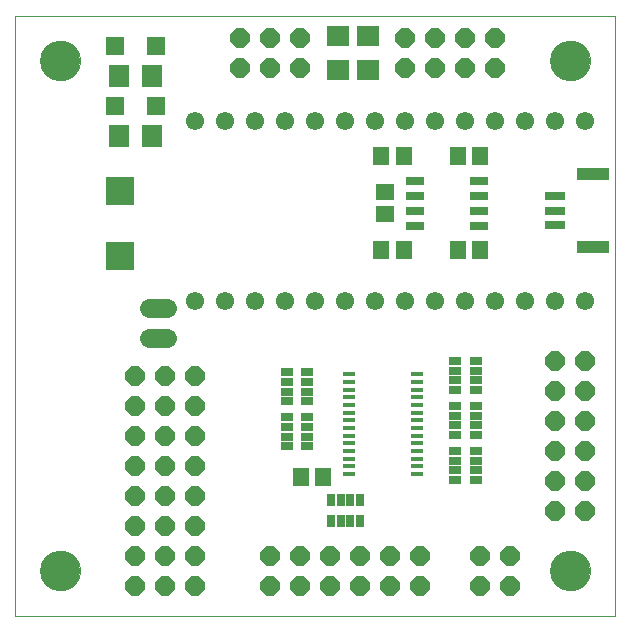
<source format=gts>
G75*
%MOIN*%
%OFA0B0*%
%FSLAX25Y25*%
%IPPOS*%
%LPD*%
%AMOC8*
5,1,8,0,0,1.08239X$1,22.5*
%
%ADD10C,0.00300*%
%ADD11R,0.04300X0.01600*%
%ADD12R,0.05518X0.06306*%
%ADD13R,0.04400X0.02800*%
%ADD14R,0.02800X0.04400*%
%ADD15OC8,0.06400*%
%ADD16R,0.06699X0.07498*%
%ADD17R,0.06306X0.06306*%
%ADD18C,0.00000*%
%ADD19C,0.13400*%
%ADD20R,0.09400X0.09400*%
%ADD21C,0.06400*%
%ADD22R,0.07498X0.06699*%
%ADD23C,0.06100*%
%ADD24R,0.06400X0.02800*%
%ADD25R,0.06306X0.05518*%
%ADD26R,0.07093X0.02762*%
%ADD27R,0.11030X0.04337*%
D10*
X0430000Y0315000D02*
X0430000Y0515000D01*
X0630000Y0515000D01*
X0630000Y0315000D01*
X0430000Y0315000D01*
D11*
X0541013Y0362116D03*
X0541013Y0364675D03*
X0541013Y0367234D03*
X0541013Y0369793D03*
X0541013Y0372352D03*
X0541013Y0374911D03*
X0541013Y0377470D03*
X0541013Y0380030D03*
X0541013Y0382589D03*
X0541013Y0385148D03*
X0541013Y0387707D03*
X0541013Y0390266D03*
X0541013Y0392825D03*
X0541013Y0395384D03*
X0563987Y0395384D03*
X0563987Y0392825D03*
X0563987Y0390266D03*
X0563987Y0387707D03*
X0563987Y0385148D03*
X0563987Y0382589D03*
X0563987Y0380030D03*
X0563987Y0377470D03*
X0563987Y0374911D03*
X0563987Y0372352D03*
X0563987Y0369793D03*
X0563987Y0367234D03*
X0563987Y0364675D03*
X0563987Y0362116D03*
D12*
X0532490Y0361250D03*
X0525010Y0361250D03*
X0551885Y0436875D03*
X0559365Y0436875D03*
X0577510Y0436875D03*
X0584990Y0436875D03*
X0584990Y0468125D03*
X0577510Y0468125D03*
X0559365Y0468125D03*
X0551885Y0468125D03*
D13*
X0576650Y0399800D03*
X0576650Y0396600D03*
X0576650Y0393400D03*
X0576650Y0390200D03*
X0576650Y0384800D03*
X0576650Y0381600D03*
X0576650Y0378400D03*
X0576650Y0375200D03*
X0576650Y0369800D03*
X0576650Y0366600D03*
X0576650Y0363400D03*
X0576650Y0360200D03*
X0583350Y0360200D03*
X0583350Y0363400D03*
X0583350Y0366600D03*
X0583350Y0369800D03*
X0583350Y0375200D03*
X0583350Y0378400D03*
X0583350Y0381600D03*
X0583350Y0384800D03*
X0583350Y0390200D03*
X0583350Y0393400D03*
X0583350Y0396600D03*
X0583350Y0399800D03*
X0527100Y0396050D03*
X0527100Y0392850D03*
X0527100Y0389650D03*
X0527100Y0386450D03*
X0527100Y0381050D03*
X0527100Y0377850D03*
X0527100Y0374650D03*
X0527100Y0371450D03*
X0520400Y0371450D03*
X0520400Y0374650D03*
X0520400Y0377850D03*
X0520400Y0381050D03*
X0520400Y0386450D03*
X0520400Y0389650D03*
X0520400Y0392850D03*
X0520400Y0396050D03*
D14*
X0535200Y0353350D03*
X0538400Y0353350D03*
X0541600Y0353350D03*
X0544800Y0353350D03*
X0544800Y0346650D03*
X0541600Y0346650D03*
X0538400Y0346650D03*
X0535200Y0346650D03*
D15*
X0535000Y0335000D03*
X0535000Y0325000D03*
X0525000Y0325000D03*
X0525000Y0335000D03*
X0515000Y0335000D03*
X0515000Y0325000D03*
X0490000Y0325000D03*
X0490000Y0335000D03*
X0490000Y0345000D03*
X0480000Y0345000D03*
X0480000Y0335000D03*
X0480000Y0325000D03*
X0470000Y0325000D03*
X0470000Y0335000D03*
X0470000Y0345000D03*
X0470000Y0355000D03*
X0470000Y0365000D03*
X0470000Y0375000D03*
X0480000Y0375000D03*
X0480000Y0365000D03*
X0480000Y0355000D03*
X0490000Y0355000D03*
X0490000Y0365000D03*
X0490000Y0375000D03*
X0490000Y0385000D03*
X0490000Y0395000D03*
X0480000Y0395000D03*
X0480000Y0385000D03*
X0470000Y0385000D03*
X0470000Y0395000D03*
X0545000Y0335000D03*
X0545000Y0325000D03*
X0555000Y0325000D03*
X0555000Y0335000D03*
X0565000Y0335000D03*
X0565000Y0325000D03*
X0585000Y0325000D03*
X0585000Y0335000D03*
X0595000Y0335000D03*
X0595000Y0325000D03*
X0610000Y0350000D03*
X0610000Y0360000D03*
X0620000Y0360000D03*
X0620000Y0350000D03*
X0620000Y0370000D03*
X0620000Y0380000D03*
X0620000Y0390000D03*
X0610000Y0390000D03*
X0610000Y0380000D03*
X0610000Y0370000D03*
X0610000Y0400000D03*
X0620000Y0400000D03*
X0590000Y0497500D03*
X0590000Y0507500D03*
X0580000Y0507500D03*
X0580000Y0497500D03*
X0570000Y0497500D03*
X0570000Y0507500D03*
X0560000Y0507500D03*
X0560000Y0497500D03*
X0525000Y0497500D03*
X0525000Y0507500D03*
X0515000Y0507500D03*
X0515000Y0497500D03*
X0505000Y0497500D03*
X0505000Y0507500D03*
D16*
X0475598Y0495000D03*
X0464402Y0495000D03*
X0464402Y0475000D03*
X0475598Y0475000D03*
D17*
X0476890Y0485000D03*
X0463110Y0485000D03*
X0463110Y0505000D03*
X0476890Y0505000D03*
D18*
X0438500Y0500000D02*
X0438502Y0500161D01*
X0438508Y0500321D01*
X0438518Y0500482D01*
X0438532Y0500642D01*
X0438550Y0500802D01*
X0438571Y0500961D01*
X0438597Y0501120D01*
X0438627Y0501278D01*
X0438660Y0501435D01*
X0438698Y0501592D01*
X0438739Y0501747D01*
X0438784Y0501901D01*
X0438833Y0502054D01*
X0438886Y0502206D01*
X0438942Y0502357D01*
X0439003Y0502506D01*
X0439066Y0502654D01*
X0439134Y0502800D01*
X0439205Y0502944D01*
X0439279Y0503086D01*
X0439357Y0503227D01*
X0439439Y0503365D01*
X0439524Y0503502D01*
X0439612Y0503636D01*
X0439704Y0503768D01*
X0439799Y0503898D01*
X0439897Y0504026D01*
X0439998Y0504151D01*
X0440102Y0504273D01*
X0440209Y0504393D01*
X0440319Y0504510D01*
X0440432Y0504625D01*
X0440548Y0504736D01*
X0440667Y0504845D01*
X0440788Y0504950D01*
X0440912Y0505053D01*
X0441038Y0505153D01*
X0441166Y0505249D01*
X0441297Y0505342D01*
X0441431Y0505432D01*
X0441566Y0505519D01*
X0441704Y0505602D01*
X0441843Y0505682D01*
X0441985Y0505758D01*
X0442128Y0505831D01*
X0442273Y0505900D01*
X0442420Y0505966D01*
X0442568Y0506028D01*
X0442718Y0506086D01*
X0442869Y0506141D01*
X0443022Y0506192D01*
X0443176Y0506239D01*
X0443331Y0506282D01*
X0443487Y0506321D01*
X0443643Y0506357D01*
X0443801Y0506388D01*
X0443959Y0506416D01*
X0444118Y0506440D01*
X0444278Y0506460D01*
X0444438Y0506476D01*
X0444598Y0506488D01*
X0444759Y0506496D01*
X0444920Y0506500D01*
X0445080Y0506500D01*
X0445241Y0506496D01*
X0445402Y0506488D01*
X0445562Y0506476D01*
X0445722Y0506460D01*
X0445882Y0506440D01*
X0446041Y0506416D01*
X0446199Y0506388D01*
X0446357Y0506357D01*
X0446513Y0506321D01*
X0446669Y0506282D01*
X0446824Y0506239D01*
X0446978Y0506192D01*
X0447131Y0506141D01*
X0447282Y0506086D01*
X0447432Y0506028D01*
X0447580Y0505966D01*
X0447727Y0505900D01*
X0447872Y0505831D01*
X0448015Y0505758D01*
X0448157Y0505682D01*
X0448296Y0505602D01*
X0448434Y0505519D01*
X0448569Y0505432D01*
X0448703Y0505342D01*
X0448834Y0505249D01*
X0448962Y0505153D01*
X0449088Y0505053D01*
X0449212Y0504950D01*
X0449333Y0504845D01*
X0449452Y0504736D01*
X0449568Y0504625D01*
X0449681Y0504510D01*
X0449791Y0504393D01*
X0449898Y0504273D01*
X0450002Y0504151D01*
X0450103Y0504026D01*
X0450201Y0503898D01*
X0450296Y0503768D01*
X0450388Y0503636D01*
X0450476Y0503502D01*
X0450561Y0503365D01*
X0450643Y0503227D01*
X0450721Y0503086D01*
X0450795Y0502944D01*
X0450866Y0502800D01*
X0450934Y0502654D01*
X0450997Y0502506D01*
X0451058Y0502357D01*
X0451114Y0502206D01*
X0451167Y0502054D01*
X0451216Y0501901D01*
X0451261Y0501747D01*
X0451302Y0501592D01*
X0451340Y0501435D01*
X0451373Y0501278D01*
X0451403Y0501120D01*
X0451429Y0500961D01*
X0451450Y0500802D01*
X0451468Y0500642D01*
X0451482Y0500482D01*
X0451492Y0500321D01*
X0451498Y0500161D01*
X0451500Y0500000D01*
X0451498Y0499839D01*
X0451492Y0499679D01*
X0451482Y0499518D01*
X0451468Y0499358D01*
X0451450Y0499198D01*
X0451429Y0499039D01*
X0451403Y0498880D01*
X0451373Y0498722D01*
X0451340Y0498565D01*
X0451302Y0498408D01*
X0451261Y0498253D01*
X0451216Y0498099D01*
X0451167Y0497946D01*
X0451114Y0497794D01*
X0451058Y0497643D01*
X0450997Y0497494D01*
X0450934Y0497346D01*
X0450866Y0497200D01*
X0450795Y0497056D01*
X0450721Y0496914D01*
X0450643Y0496773D01*
X0450561Y0496635D01*
X0450476Y0496498D01*
X0450388Y0496364D01*
X0450296Y0496232D01*
X0450201Y0496102D01*
X0450103Y0495974D01*
X0450002Y0495849D01*
X0449898Y0495727D01*
X0449791Y0495607D01*
X0449681Y0495490D01*
X0449568Y0495375D01*
X0449452Y0495264D01*
X0449333Y0495155D01*
X0449212Y0495050D01*
X0449088Y0494947D01*
X0448962Y0494847D01*
X0448834Y0494751D01*
X0448703Y0494658D01*
X0448569Y0494568D01*
X0448434Y0494481D01*
X0448296Y0494398D01*
X0448157Y0494318D01*
X0448015Y0494242D01*
X0447872Y0494169D01*
X0447727Y0494100D01*
X0447580Y0494034D01*
X0447432Y0493972D01*
X0447282Y0493914D01*
X0447131Y0493859D01*
X0446978Y0493808D01*
X0446824Y0493761D01*
X0446669Y0493718D01*
X0446513Y0493679D01*
X0446357Y0493643D01*
X0446199Y0493612D01*
X0446041Y0493584D01*
X0445882Y0493560D01*
X0445722Y0493540D01*
X0445562Y0493524D01*
X0445402Y0493512D01*
X0445241Y0493504D01*
X0445080Y0493500D01*
X0444920Y0493500D01*
X0444759Y0493504D01*
X0444598Y0493512D01*
X0444438Y0493524D01*
X0444278Y0493540D01*
X0444118Y0493560D01*
X0443959Y0493584D01*
X0443801Y0493612D01*
X0443643Y0493643D01*
X0443487Y0493679D01*
X0443331Y0493718D01*
X0443176Y0493761D01*
X0443022Y0493808D01*
X0442869Y0493859D01*
X0442718Y0493914D01*
X0442568Y0493972D01*
X0442420Y0494034D01*
X0442273Y0494100D01*
X0442128Y0494169D01*
X0441985Y0494242D01*
X0441843Y0494318D01*
X0441704Y0494398D01*
X0441566Y0494481D01*
X0441431Y0494568D01*
X0441297Y0494658D01*
X0441166Y0494751D01*
X0441038Y0494847D01*
X0440912Y0494947D01*
X0440788Y0495050D01*
X0440667Y0495155D01*
X0440548Y0495264D01*
X0440432Y0495375D01*
X0440319Y0495490D01*
X0440209Y0495607D01*
X0440102Y0495727D01*
X0439998Y0495849D01*
X0439897Y0495974D01*
X0439799Y0496102D01*
X0439704Y0496232D01*
X0439612Y0496364D01*
X0439524Y0496498D01*
X0439439Y0496635D01*
X0439357Y0496773D01*
X0439279Y0496914D01*
X0439205Y0497056D01*
X0439134Y0497200D01*
X0439066Y0497346D01*
X0439003Y0497494D01*
X0438942Y0497643D01*
X0438886Y0497794D01*
X0438833Y0497946D01*
X0438784Y0498099D01*
X0438739Y0498253D01*
X0438698Y0498408D01*
X0438660Y0498565D01*
X0438627Y0498722D01*
X0438597Y0498880D01*
X0438571Y0499039D01*
X0438550Y0499198D01*
X0438532Y0499358D01*
X0438518Y0499518D01*
X0438508Y0499679D01*
X0438502Y0499839D01*
X0438500Y0500000D01*
X0608500Y0500000D02*
X0608502Y0500161D01*
X0608508Y0500321D01*
X0608518Y0500482D01*
X0608532Y0500642D01*
X0608550Y0500802D01*
X0608571Y0500961D01*
X0608597Y0501120D01*
X0608627Y0501278D01*
X0608660Y0501435D01*
X0608698Y0501592D01*
X0608739Y0501747D01*
X0608784Y0501901D01*
X0608833Y0502054D01*
X0608886Y0502206D01*
X0608942Y0502357D01*
X0609003Y0502506D01*
X0609066Y0502654D01*
X0609134Y0502800D01*
X0609205Y0502944D01*
X0609279Y0503086D01*
X0609357Y0503227D01*
X0609439Y0503365D01*
X0609524Y0503502D01*
X0609612Y0503636D01*
X0609704Y0503768D01*
X0609799Y0503898D01*
X0609897Y0504026D01*
X0609998Y0504151D01*
X0610102Y0504273D01*
X0610209Y0504393D01*
X0610319Y0504510D01*
X0610432Y0504625D01*
X0610548Y0504736D01*
X0610667Y0504845D01*
X0610788Y0504950D01*
X0610912Y0505053D01*
X0611038Y0505153D01*
X0611166Y0505249D01*
X0611297Y0505342D01*
X0611431Y0505432D01*
X0611566Y0505519D01*
X0611704Y0505602D01*
X0611843Y0505682D01*
X0611985Y0505758D01*
X0612128Y0505831D01*
X0612273Y0505900D01*
X0612420Y0505966D01*
X0612568Y0506028D01*
X0612718Y0506086D01*
X0612869Y0506141D01*
X0613022Y0506192D01*
X0613176Y0506239D01*
X0613331Y0506282D01*
X0613487Y0506321D01*
X0613643Y0506357D01*
X0613801Y0506388D01*
X0613959Y0506416D01*
X0614118Y0506440D01*
X0614278Y0506460D01*
X0614438Y0506476D01*
X0614598Y0506488D01*
X0614759Y0506496D01*
X0614920Y0506500D01*
X0615080Y0506500D01*
X0615241Y0506496D01*
X0615402Y0506488D01*
X0615562Y0506476D01*
X0615722Y0506460D01*
X0615882Y0506440D01*
X0616041Y0506416D01*
X0616199Y0506388D01*
X0616357Y0506357D01*
X0616513Y0506321D01*
X0616669Y0506282D01*
X0616824Y0506239D01*
X0616978Y0506192D01*
X0617131Y0506141D01*
X0617282Y0506086D01*
X0617432Y0506028D01*
X0617580Y0505966D01*
X0617727Y0505900D01*
X0617872Y0505831D01*
X0618015Y0505758D01*
X0618157Y0505682D01*
X0618296Y0505602D01*
X0618434Y0505519D01*
X0618569Y0505432D01*
X0618703Y0505342D01*
X0618834Y0505249D01*
X0618962Y0505153D01*
X0619088Y0505053D01*
X0619212Y0504950D01*
X0619333Y0504845D01*
X0619452Y0504736D01*
X0619568Y0504625D01*
X0619681Y0504510D01*
X0619791Y0504393D01*
X0619898Y0504273D01*
X0620002Y0504151D01*
X0620103Y0504026D01*
X0620201Y0503898D01*
X0620296Y0503768D01*
X0620388Y0503636D01*
X0620476Y0503502D01*
X0620561Y0503365D01*
X0620643Y0503227D01*
X0620721Y0503086D01*
X0620795Y0502944D01*
X0620866Y0502800D01*
X0620934Y0502654D01*
X0620997Y0502506D01*
X0621058Y0502357D01*
X0621114Y0502206D01*
X0621167Y0502054D01*
X0621216Y0501901D01*
X0621261Y0501747D01*
X0621302Y0501592D01*
X0621340Y0501435D01*
X0621373Y0501278D01*
X0621403Y0501120D01*
X0621429Y0500961D01*
X0621450Y0500802D01*
X0621468Y0500642D01*
X0621482Y0500482D01*
X0621492Y0500321D01*
X0621498Y0500161D01*
X0621500Y0500000D01*
X0621498Y0499839D01*
X0621492Y0499679D01*
X0621482Y0499518D01*
X0621468Y0499358D01*
X0621450Y0499198D01*
X0621429Y0499039D01*
X0621403Y0498880D01*
X0621373Y0498722D01*
X0621340Y0498565D01*
X0621302Y0498408D01*
X0621261Y0498253D01*
X0621216Y0498099D01*
X0621167Y0497946D01*
X0621114Y0497794D01*
X0621058Y0497643D01*
X0620997Y0497494D01*
X0620934Y0497346D01*
X0620866Y0497200D01*
X0620795Y0497056D01*
X0620721Y0496914D01*
X0620643Y0496773D01*
X0620561Y0496635D01*
X0620476Y0496498D01*
X0620388Y0496364D01*
X0620296Y0496232D01*
X0620201Y0496102D01*
X0620103Y0495974D01*
X0620002Y0495849D01*
X0619898Y0495727D01*
X0619791Y0495607D01*
X0619681Y0495490D01*
X0619568Y0495375D01*
X0619452Y0495264D01*
X0619333Y0495155D01*
X0619212Y0495050D01*
X0619088Y0494947D01*
X0618962Y0494847D01*
X0618834Y0494751D01*
X0618703Y0494658D01*
X0618569Y0494568D01*
X0618434Y0494481D01*
X0618296Y0494398D01*
X0618157Y0494318D01*
X0618015Y0494242D01*
X0617872Y0494169D01*
X0617727Y0494100D01*
X0617580Y0494034D01*
X0617432Y0493972D01*
X0617282Y0493914D01*
X0617131Y0493859D01*
X0616978Y0493808D01*
X0616824Y0493761D01*
X0616669Y0493718D01*
X0616513Y0493679D01*
X0616357Y0493643D01*
X0616199Y0493612D01*
X0616041Y0493584D01*
X0615882Y0493560D01*
X0615722Y0493540D01*
X0615562Y0493524D01*
X0615402Y0493512D01*
X0615241Y0493504D01*
X0615080Y0493500D01*
X0614920Y0493500D01*
X0614759Y0493504D01*
X0614598Y0493512D01*
X0614438Y0493524D01*
X0614278Y0493540D01*
X0614118Y0493560D01*
X0613959Y0493584D01*
X0613801Y0493612D01*
X0613643Y0493643D01*
X0613487Y0493679D01*
X0613331Y0493718D01*
X0613176Y0493761D01*
X0613022Y0493808D01*
X0612869Y0493859D01*
X0612718Y0493914D01*
X0612568Y0493972D01*
X0612420Y0494034D01*
X0612273Y0494100D01*
X0612128Y0494169D01*
X0611985Y0494242D01*
X0611843Y0494318D01*
X0611704Y0494398D01*
X0611566Y0494481D01*
X0611431Y0494568D01*
X0611297Y0494658D01*
X0611166Y0494751D01*
X0611038Y0494847D01*
X0610912Y0494947D01*
X0610788Y0495050D01*
X0610667Y0495155D01*
X0610548Y0495264D01*
X0610432Y0495375D01*
X0610319Y0495490D01*
X0610209Y0495607D01*
X0610102Y0495727D01*
X0609998Y0495849D01*
X0609897Y0495974D01*
X0609799Y0496102D01*
X0609704Y0496232D01*
X0609612Y0496364D01*
X0609524Y0496498D01*
X0609439Y0496635D01*
X0609357Y0496773D01*
X0609279Y0496914D01*
X0609205Y0497056D01*
X0609134Y0497200D01*
X0609066Y0497346D01*
X0609003Y0497494D01*
X0608942Y0497643D01*
X0608886Y0497794D01*
X0608833Y0497946D01*
X0608784Y0498099D01*
X0608739Y0498253D01*
X0608698Y0498408D01*
X0608660Y0498565D01*
X0608627Y0498722D01*
X0608597Y0498880D01*
X0608571Y0499039D01*
X0608550Y0499198D01*
X0608532Y0499358D01*
X0608518Y0499518D01*
X0608508Y0499679D01*
X0608502Y0499839D01*
X0608500Y0500000D01*
X0608500Y0330000D02*
X0608502Y0330161D01*
X0608508Y0330321D01*
X0608518Y0330482D01*
X0608532Y0330642D01*
X0608550Y0330802D01*
X0608571Y0330961D01*
X0608597Y0331120D01*
X0608627Y0331278D01*
X0608660Y0331435D01*
X0608698Y0331592D01*
X0608739Y0331747D01*
X0608784Y0331901D01*
X0608833Y0332054D01*
X0608886Y0332206D01*
X0608942Y0332357D01*
X0609003Y0332506D01*
X0609066Y0332654D01*
X0609134Y0332800D01*
X0609205Y0332944D01*
X0609279Y0333086D01*
X0609357Y0333227D01*
X0609439Y0333365D01*
X0609524Y0333502D01*
X0609612Y0333636D01*
X0609704Y0333768D01*
X0609799Y0333898D01*
X0609897Y0334026D01*
X0609998Y0334151D01*
X0610102Y0334273D01*
X0610209Y0334393D01*
X0610319Y0334510D01*
X0610432Y0334625D01*
X0610548Y0334736D01*
X0610667Y0334845D01*
X0610788Y0334950D01*
X0610912Y0335053D01*
X0611038Y0335153D01*
X0611166Y0335249D01*
X0611297Y0335342D01*
X0611431Y0335432D01*
X0611566Y0335519D01*
X0611704Y0335602D01*
X0611843Y0335682D01*
X0611985Y0335758D01*
X0612128Y0335831D01*
X0612273Y0335900D01*
X0612420Y0335966D01*
X0612568Y0336028D01*
X0612718Y0336086D01*
X0612869Y0336141D01*
X0613022Y0336192D01*
X0613176Y0336239D01*
X0613331Y0336282D01*
X0613487Y0336321D01*
X0613643Y0336357D01*
X0613801Y0336388D01*
X0613959Y0336416D01*
X0614118Y0336440D01*
X0614278Y0336460D01*
X0614438Y0336476D01*
X0614598Y0336488D01*
X0614759Y0336496D01*
X0614920Y0336500D01*
X0615080Y0336500D01*
X0615241Y0336496D01*
X0615402Y0336488D01*
X0615562Y0336476D01*
X0615722Y0336460D01*
X0615882Y0336440D01*
X0616041Y0336416D01*
X0616199Y0336388D01*
X0616357Y0336357D01*
X0616513Y0336321D01*
X0616669Y0336282D01*
X0616824Y0336239D01*
X0616978Y0336192D01*
X0617131Y0336141D01*
X0617282Y0336086D01*
X0617432Y0336028D01*
X0617580Y0335966D01*
X0617727Y0335900D01*
X0617872Y0335831D01*
X0618015Y0335758D01*
X0618157Y0335682D01*
X0618296Y0335602D01*
X0618434Y0335519D01*
X0618569Y0335432D01*
X0618703Y0335342D01*
X0618834Y0335249D01*
X0618962Y0335153D01*
X0619088Y0335053D01*
X0619212Y0334950D01*
X0619333Y0334845D01*
X0619452Y0334736D01*
X0619568Y0334625D01*
X0619681Y0334510D01*
X0619791Y0334393D01*
X0619898Y0334273D01*
X0620002Y0334151D01*
X0620103Y0334026D01*
X0620201Y0333898D01*
X0620296Y0333768D01*
X0620388Y0333636D01*
X0620476Y0333502D01*
X0620561Y0333365D01*
X0620643Y0333227D01*
X0620721Y0333086D01*
X0620795Y0332944D01*
X0620866Y0332800D01*
X0620934Y0332654D01*
X0620997Y0332506D01*
X0621058Y0332357D01*
X0621114Y0332206D01*
X0621167Y0332054D01*
X0621216Y0331901D01*
X0621261Y0331747D01*
X0621302Y0331592D01*
X0621340Y0331435D01*
X0621373Y0331278D01*
X0621403Y0331120D01*
X0621429Y0330961D01*
X0621450Y0330802D01*
X0621468Y0330642D01*
X0621482Y0330482D01*
X0621492Y0330321D01*
X0621498Y0330161D01*
X0621500Y0330000D01*
X0621498Y0329839D01*
X0621492Y0329679D01*
X0621482Y0329518D01*
X0621468Y0329358D01*
X0621450Y0329198D01*
X0621429Y0329039D01*
X0621403Y0328880D01*
X0621373Y0328722D01*
X0621340Y0328565D01*
X0621302Y0328408D01*
X0621261Y0328253D01*
X0621216Y0328099D01*
X0621167Y0327946D01*
X0621114Y0327794D01*
X0621058Y0327643D01*
X0620997Y0327494D01*
X0620934Y0327346D01*
X0620866Y0327200D01*
X0620795Y0327056D01*
X0620721Y0326914D01*
X0620643Y0326773D01*
X0620561Y0326635D01*
X0620476Y0326498D01*
X0620388Y0326364D01*
X0620296Y0326232D01*
X0620201Y0326102D01*
X0620103Y0325974D01*
X0620002Y0325849D01*
X0619898Y0325727D01*
X0619791Y0325607D01*
X0619681Y0325490D01*
X0619568Y0325375D01*
X0619452Y0325264D01*
X0619333Y0325155D01*
X0619212Y0325050D01*
X0619088Y0324947D01*
X0618962Y0324847D01*
X0618834Y0324751D01*
X0618703Y0324658D01*
X0618569Y0324568D01*
X0618434Y0324481D01*
X0618296Y0324398D01*
X0618157Y0324318D01*
X0618015Y0324242D01*
X0617872Y0324169D01*
X0617727Y0324100D01*
X0617580Y0324034D01*
X0617432Y0323972D01*
X0617282Y0323914D01*
X0617131Y0323859D01*
X0616978Y0323808D01*
X0616824Y0323761D01*
X0616669Y0323718D01*
X0616513Y0323679D01*
X0616357Y0323643D01*
X0616199Y0323612D01*
X0616041Y0323584D01*
X0615882Y0323560D01*
X0615722Y0323540D01*
X0615562Y0323524D01*
X0615402Y0323512D01*
X0615241Y0323504D01*
X0615080Y0323500D01*
X0614920Y0323500D01*
X0614759Y0323504D01*
X0614598Y0323512D01*
X0614438Y0323524D01*
X0614278Y0323540D01*
X0614118Y0323560D01*
X0613959Y0323584D01*
X0613801Y0323612D01*
X0613643Y0323643D01*
X0613487Y0323679D01*
X0613331Y0323718D01*
X0613176Y0323761D01*
X0613022Y0323808D01*
X0612869Y0323859D01*
X0612718Y0323914D01*
X0612568Y0323972D01*
X0612420Y0324034D01*
X0612273Y0324100D01*
X0612128Y0324169D01*
X0611985Y0324242D01*
X0611843Y0324318D01*
X0611704Y0324398D01*
X0611566Y0324481D01*
X0611431Y0324568D01*
X0611297Y0324658D01*
X0611166Y0324751D01*
X0611038Y0324847D01*
X0610912Y0324947D01*
X0610788Y0325050D01*
X0610667Y0325155D01*
X0610548Y0325264D01*
X0610432Y0325375D01*
X0610319Y0325490D01*
X0610209Y0325607D01*
X0610102Y0325727D01*
X0609998Y0325849D01*
X0609897Y0325974D01*
X0609799Y0326102D01*
X0609704Y0326232D01*
X0609612Y0326364D01*
X0609524Y0326498D01*
X0609439Y0326635D01*
X0609357Y0326773D01*
X0609279Y0326914D01*
X0609205Y0327056D01*
X0609134Y0327200D01*
X0609066Y0327346D01*
X0609003Y0327494D01*
X0608942Y0327643D01*
X0608886Y0327794D01*
X0608833Y0327946D01*
X0608784Y0328099D01*
X0608739Y0328253D01*
X0608698Y0328408D01*
X0608660Y0328565D01*
X0608627Y0328722D01*
X0608597Y0328880D01*
X0608571Y0329039D01*
X0608550Y0329198D01*
X0608532Y0329358D01*
X0608518Y0329518D01*
X0608508Y0329679D01*
X0608502Y0329839D01*
X0608500Y0330000D01*
X0438500Y0330000D02*
X0438502Y0330161D01*
X0438508Y0330321D01*
X0438518Y0330482D01*
X0438532Y0330642D01*
X0438550Y0330802D01*
X0438571Y0330961D01*
X0438597Y0331120D01*
X0438627Y0331278D01*
X0438660Y0331435D01*
X0438698Y0331592D01*
X0438739Y0331747D01*
X0438784Y0331901D01*
X0438833Y0332054D01*
X0438886Y0332206D01*
X0438942Y0332357D01*
X0439003Y0332506D01*
X0439066Y0332654D01*
X0439134Y0332800D01*
X0439205Y0332944D01*
X0439279Y0333086D01*
X0439357Y0333227D01*
X0439439Y0333365D01*
X0439524Y0333502D01*
X0439612Y0333636D01*
X0439704Y0333768D01*
X0439799Y0333898D01*
X0439897Y0334026D01*
X0439998Y0334151D01*
X0440102Y0334273D01*
X0440209Y0334393D01*
X0440319Y0334510D01*
X0440432Y0334625D01*
X0440548Y0334736D01*
X0440667Y0334845D01*
X0440788Y0334950D01*
X0440912Y0335053D01*
X0441038Y0335153D01*
X0441166Y0335249D01*
X0441297Y0335342D01*
X0441431Y0335432D01*
X0441566Y0335519D01*
X0441704Y0335602D01*
X0441843Y0335682D01*
X0441985Y0335758D01*
X0442128Y0335831D01*
X0442273Y0335900D01*
X0442420Y0335966D01*
X0442568Y0336028D01*
X0442718Y0336086D01*
X0442869Y0336141D01*
X0443022Y0336192D01*
X0443176Y0336239D01*
X0443331Y0336282D01*
X0443487Y0336321D01*
X0443643Y0336357D01*
X0443801Y0336388D01*
X0443959Y0336416D01*
X0444118Y0336440D01*
X0444278Y0336460D01*
X0444438Y0336476D01*
X0444598Y0336488D01*
X0444759Y0336496D01*
X0444920Y0336500D01*
X0445080Y0336500D01*
X0445241Y0336496D01*
X0445402Y0336488D01*
X0445562Y0336476D01*
X0445722Y0336460D01*
X0445882Y0336440D01*
X0446041Y0336416D01*
X0446199Y0336388D01*
X0446357Y0336357D01*
X0446513Y0336321D01*
X0446669Y0336282D01*
X0446824Y0336239D01*
X0446978Y0336192D01*
X0447131Y0336141D01*
X0447282Y0336086D01*
X0447432Y0336028D01*
X0447580Y0335966D01*
X0447727Y0335900D01*
X0447872Y0335831D01*
X0448015Y0335758D01*
X0448157Y0335682D01*
X0448296Y0335602D01*
X0448434Y0335519D01*
X0448569Y0335432D01*
X0448703Y0335342D01*
X0448834Y0335249D01*
X0448962Y0335153D01*
X0449088Y0335053D01*
X0449212Y0334950D01*
X0449333Y0334845D01*
X0449452Y0334736D01*
X0449568Y0334625D01*
X0449681Y0334510D01*
X0449791Y0334393D01*
X0449898Y0334273D01*
X0450002Y0334151D01*
X0450103Y0334026D01*
X0450201Y0333898D01*
X0450296Y0333768D01*
X0450388Y0333636D01*
X0450476Y0333502D01*
X0450561Y0333365D01*
X0450643Y0333227D01*
X0450721Y0333086D01*
X0450795Y0332944D01*
X0450866Y0332800D01*
X0450934Y0332654D01*
X0450997Y0332506D01*
X0451058Y0332357D01*
X0451114Y0332206D01*
X0451167Y0332054D01*
X0451216Y0331901D01*
X0451261Y0331747D01*
X0451302Y0331592D01*
X0451340Y0331435D01*
X0451373Y0331278D01*
X0451403Y0331120D01*
X0451429Y0330961D01*
X0451450Y0330802D01*
X0451468Y0330642D01*
X0451482Y0330482D01*
X0451492Y0330321D01*
X0451498Y0330161D01*
X0451500Y0330000D01*
X0451498Y0329839D01*
X0451492Y0329679D01*
X0451482Y0329518D01*
X0451468Y0329358D01*
X0451450Y0329198D01*
X0451429Y0329039D01*
X0451403Y0328880D01*
X0451373Y0328722D01*
X0451340Y0328565D01*
X0451302Y0328408D01*
X0451261Y0328253D01*
X0451216Y0328099D01*
X0451167Y0327946D01*
X0451114Y0327794D01*
X0451058Y0327643D01*
X0450997Y0327494D01*
X0450934Y0327346D01*
X0450866Y0327200D01*
X0450795Y0327056D01*
X0450721Y0326914D01*
X0450643Y0326773D01*
X0450561Y0326635D01*
X0450476Y0326498D01*
X0450388Y0326364D01*
X0450296Y0326232D01*
X0450201Y0326102D01*
X0450103Y0325974D01*
X0450002Y0325849D01*
X0449898Y0325727D01*
X0449791Y0325607D01*
X0449681Y0325490D01*
X0449568Y0325375D01*
X0449452Y0325264D01*
X0449333Y0325155D01*
X0449212Y0325050D01*
X0449088Y0324947D01*
X0448962Y0324847D01*
X0448834Y0324751D01*
X0448703Y0324658D01*
X0448569Y0324568D01*
X0448434Y0324481D01*
X0448296Y0324398D01*
X0448157Y0324318D01*
X0448015Y0324242D01*
X0447872Y0324169D01*
X0447727Y0324100D01*
X0447580Y0324034D01*
X0447432Y0323972D01*
X0447282Y0323914D01*
X0447131Y0323859D01*
X0446978Y0323808D01*
X0446824Y0323761D01*
X0446669Y0323718D01*
X0446513Y0323679D01*
X0446357Y0323643D01*
X0446199Y0323612D01*
X0446041Y0323584D01*
X0445882Y0323560D01*
X0445722Y0323540D01*
X0445562Y0323524D01*
X0445402Y0323512D01*
X0445241Y0323504D01*
X0445080Y0323500D01*
X0444920Y0323500D01*
X0444759Y0323504D01*
X0444598Y0323512D01*
X0444438Y0323524D01*
X0444278Y0323540D01*
X0444118Y0323560D01*
X0443959Y0323584D01*
X0443801Y0323612D01*
X0443643Y0323643D01*
X0443487Y0323679D01*
X0443331Y0323718D01*
X0443176Y0323761D01*
X0443022Y0323808D01*
X0442869Y0323859D01*
X0442718Y0323914D01*
X0442568Y0323972D01*
X0442420Y0324034D01*
X0442273Y0324100D01*
X0442128Y0324169D01*
X0441985Y0324242D01*
X0441843Y0324318D01*
X0441704Y0324398D01*
X0441566Y0324481D01*
X0441431Y0324568D01*
X0441297Y0324658D01*
X0441166Y0324751D01*
X0441038Y0324847D01*
X0440912Y0324947D01*
X0440788Y0325050D01*
X0440667Y0325155D01*
X0440548Y0325264D01*
X0440432Y0325375D01*
X0440319Y0325490D01*
X0440209Y0325607D01*
X0440102Y0325727D01*
X0439998Y0325849D01*
X0439897Y0325974D01*
X0439799Y0326102D01*
X0439704Y0326232D01*
X0439612Y0326364D01*
X0439524Y0326498D01*
X0439439Y0326635D01*
X0439357Y0326773D01*
X0439279Y0326914D01*
X0439205Y0327056D01*
X0439134Y0327200D01*
X0439066Y0327346D01*
X0439003Y0327494D01*
X0438942Y0327643D01*
X0438886Y0327794D01*
X0438833Y0327946D01*
X0438784Y0328099D01*
X0438739Y0328253D01*
X0438698Y0328408D01*
X0438660Y0328565D01*
X0438627Y0328722D01*
X0438597Y0328880D01*
X0438571Y0329039D01*
X0438550Y0329198D01*
X0438532Y0329358D01*
X0438518Y0329518D01*
X0438508Y0329679D01*
X0438502Y0329839D01*
X0438500Y0330000D01*
D19*
X0445000Y0330000D03*
X0615000Y0330000D03*
X0615000Y0500000D03*
X0445000Y0500000D03*
D20*
X0465000Y0456475D03*
X0465000Y0434775D03*
D21*
X0474500Y0417500D02*
X0480500Y0417500D01*
X0480500Y0407500D02*
X0474500Y0407500D01*
D22*
X0537500Y0496902D03*
X0547500Y0496902D03*
X0547500Y0508098D03*
X0537500Y0508098D03*
D23*
X0540000Y0480000D03*
X0530000Y0480000D03*
X0520000Y0480000D03*
X0510000Y0480000D03*
X0500000Y0480000D03*
X0490000Y0480000D03*
X0550000Y0480000D03*
X0560000Y0480000D03*
X0570000Y0480000D03*
X0580000Y0480000D03*
X0590000Y0480000D03*
X0600000Y0480000D03*
X0610000Y0480000D03*
X0620000Y0480000D03*
X0620000Y0420000D03*
X0610000Y0420000D03*
X0600000Y0420000D03*
X0590000Y0420000D03*
X0580000Y0420000D03*
X0570000Y0420000D03*
X0560000Y0420000D03*
X0550000Y0420000D03*
X0540000Y0420000D03*
X0530000Y0420000D03*
X0520000Y0420000D03*
X0510000Y0420000D03*
X0500000Y0420000D03*
X0490000Y0420000D03*
D24*
X0563150Y0445000D03*
X0563150Y0450000D03*
X0563150Y0455000D03*
X0563150Y0460000D03*
X0584350Y0460000D03*
X0584350Y0455000D03*
X0584350Y0450000D03*
X0584350Y0445000D03*
D25*
X0553125Y0448760D03*
X0553125Y0456240D03*
D26*
X0609779Y0454921D03*
X0609779Y0450000D03*
X0609779Y0445079D03*
D27*
X0622377Y0437795D03*
X0622377Y0462205D03*
M02*

</source>
